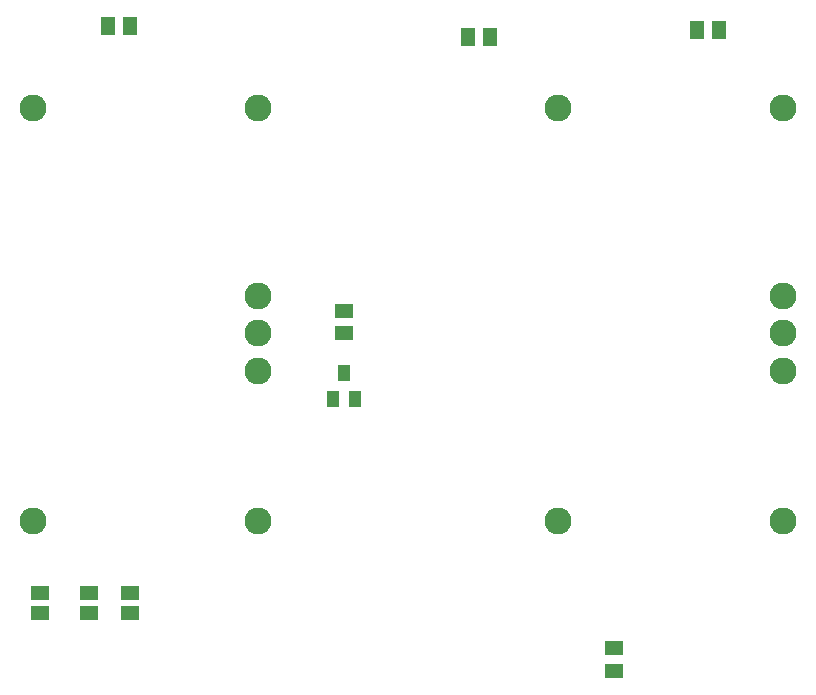
<source format=gtp>
G75*
%MOIN*%
%OFA0B0*%
%FSLAX24Y24*%
%IPPOS*%
%LPD*%
%AMOC8*
5,1,8,0,0,1.08239X$1,22.5*
%
%ADD10R,0.0591X0.0512*%
%ADD11R,0.0394X0.0551*%
%ADD12R,0.0630X0.0512*%
%ADD13R,0.0512X0.0630*%
%ADD14C,0.0900*%
D10*
X002180Y007123D03*
X002180Y007793D03*
X003805Y007793D03*
X003805Y007123D03*
X005180Y007123D03*
X005180Y007793D03*
D11*
X011931Y014275D03*
X012679Y014275D03*
X012305Y015141D03*
D12*
X012305Y016459D03*
X012305Y017207D03*
X021305Y005957D03*
X021305Y005209D03*
D13*
X017179Y026333D03*
X016431Y026333D03*
X024056Y026583D03*
X024804Y026583D03*
X005179Y026708D03*
X004431Y026708D03*
D14*
X001930Y023958D03*
X009430Y023958D03*
X009430Y017708D03*
X009430Y016458D03*
X009430Y015208D03*
X009430Y010208D03*
X001930Y010208D03*
X019430Y010208D03*
X026930Y010208D03*
X026930Y015208D03*
X026930Y016458D03*
X026930Y017708D03*
X026930Y023958D03*
X019430Y023958D03*
M02*

</source>
